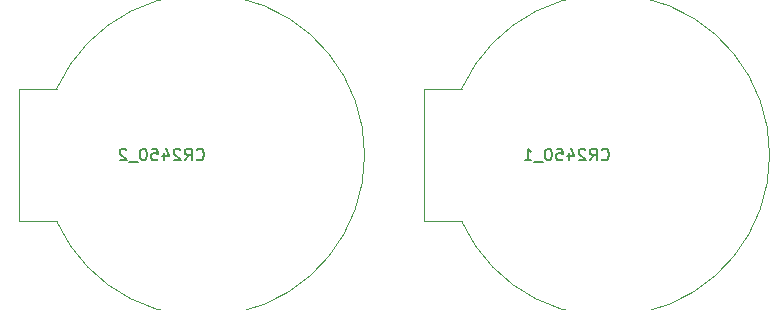
<source format=gbr>
%TF.GenerationSoftware,KiCad,Pcbnew,(6.0.7)*%
%TF.CreationDate,2022-08-10T19:12:11+02:00*%
%TF.ProjectId,MAKE_PCB,4d414b45-5f50-4434-922e-6b696361645f,rev?*%
%TF.SameCoordinates,Original*%
%TF.FileFunction,Legend,Bot*%
%TF.FilePolarity,Positive*%
%FSLAX46Y46*%
G04 Gerber Fmt 4.6, Leading zero omitted, Abs format (unit mm)*
G04 Created by KiCad (PCBNEW (6.0.7)) date 2022-08-10 19:12:11*
%MOMM*%
%LPD*%
G01*
G04 APERTURE LIST*
%ADD10C,0.150000*%
%ADD11C,0.120000*%
G04 APERTURE END LIST*
D10*
%TO.C,CR2450_2*%
X43592380Y-131167142D02*
X43640000Y-131214761D01*
X43782857Y-131262380D01*
X43878095Y-131262380D01*
X44020952Y-131214761D01*
X44116190Y-131119523D01*
X44163809Y-131024285D01*
X44211428Y-130833809D01*
X44211428Y-130690952D01*
X44163809Y-130500476D01*
X44116190Y-130405238D01*
X44020952Y-130310000D01*
X43878095Y-130262380D01*
X43782857Y-130262380D01*
X43640000Y-130310000D01*
X43592380Y-130357619D01*
X42592380Y-131262380D02*
X42925714Y-130786190D01*
X43163809Y-131262380D02*
X43163809Y-130262380D01*
X42782857Y-130262380D01*
X42687619Y-130310000D01*
X42640000Y-130357619D01*
X42592380Y-130452857D01*
X42592380Y-130595714D01*
X42640000Y-130690952D01*
X42687619Y-130738571D01*
X42782857Y-130786190D01*
X43163809Y-130786190D01*
X42211428Y-130357619D02*
X42163809Y-130310000D01*
X42068571Y-130262380D01*
X41830476Y-130262380D01*
X41735238Y-130310000D01*
X41687619Y-130357619D01*
X41640000Y-130452857D01*
X41640000Y-130548095D01*
X41687619Y-130690952D01*
X42259047Y-131262380D01*
X41640000Y-131262380D01*
X40782857Y-130595714D02*
X40782857Y-131262380D01*
X41020952Y-130214761D02*
X41259047Y-130929047D01*
X40640000Y-130929047D01*
X39782857Y-130262380D02*
X40259047Y-130262380D01*
X40306666Y-130738571D01*
X40259047Y-130690952D01*
X40163809Y-130643333D01*
X39925714Y-130643333D01*
X39830476Y-130690952D01*
X39782857Y-130738571D01*
X39735238Y-130833809D01*
X39735238Y-131071904D01*
X39782857Y-131167142D01*
X39830476Y-131214761D01*
X39925714Y-131262380D01*
X40163809Y-131262380D01*
X40259047Y-131214761D01*
X40306666Y-131167142D01*
X39116190Y-130262380D02*
X39020952Y-130262380D01*
X38925714Y-130310000D01*
X38878095Y-130357619D01*
X38830476Y-130452857D01*
X38782857Y-130643333D01*
X38782857Y-130881428D01*
X38830476Y-131071904D01*
X38878095Y-131167142D01*
X38925714Y-131214761D01*
X39020952Y-131262380D01*
X39116190Y-131262380D01*
X39211428Y-131214761D01*
X39259047Y-131167142D01*
X39306666Y-131071904D01*
X39354285Y-130881428D01*
X39354285Y-130643333D01*
X39306666Y-130452857D01*
X39259047Y-130357619D01*
X39211428Y-130310000D01*
X39116190Y-130262380D01*
X38592380Y-131357619D02*
X37830476Y-131357619D01*
X37640000Y-130357619D02*
X37592380Y-130310000D01*
X37497142Y-130262380D01*
X37259047Y-130262380D01*
X37163809Y-130310000D01*
X37116190Y-130357619D01*
X37068571Y-130452857D01*
X37068571Y-130548095D01*
X37116190Y-130690952D01*
X37687619Y-131262380D01*
X37068571Y-131262380D01*
%TO.C,CR2450_1*%
X77882380Y-131167142D02*
X77930000Y-131214761D01*
X78072857Y-131262380D01*
X78168095Y-131262380D01*
X78310952Y-131214761D01*
X78406190Y-131119523D01*
X78453809Y-131024285D01*
X78501428Y-130833809D01*
X78501428Y-130690952D01*
X78453809Y-130500476D01*
X78406190Y-130405238D01*
X78310952Y-130310000D01*
X78168095Y-130262380D01*
X78072857Y-130262380D01*
X77930000Y-130310000D01*
X77882380Y-130357619D01*
X76882380Y-131262380D02*
X77215714Y-130786190D01*
X77453809Y-131262380D02*
X77453809Y-130262380D01*
X77072857Y-130262380D01*
X76977619Y-130310000D01*
X76930000Y-130357619D01*
X76882380Y-130452857D01*
X76882380Y-130595714D01*
X76930000Y-130690952D01*
X76977619Y-130738571D01*
X77072857Y-130786190D01*
X77453809Y-130786190D01*
X76501428Y-130357619D02*
X76453809Y-130310000D01*
X76358571Y-130262380D01*
X76120476Y-130262380D01*
X76025238Y-130310000D01*
X75977619Y-130357619D01*
X75930000Y-130452857D01*
X75930000Y-130548095D01*
X75977619Y-130690952D01*
X76549047Y-131262380D01*
X75930000Y-131262380D01*
X75072857Y-130595714D02*
X75072857Y-131262380D01*
X75310952Y-130214761D02*
X75549047Y-130929047D01*
X74930000Y-130929047D01*
X74072857Y-130262380D02*
X74549047Y-130262380D01*
X74596666Y-130738571D01*
X74549047Y-130690952D01*
X74453809Y-130643333D01*
X74215714Y-130643333D01*
X74120476Y-130690952D01*
X74072857Y-130738571D01*
X74025238Y-130833809D01*
X74025238Y-131071904D01*
X74072857Y-131167142D01*
X74120476Y-131214761D01*
X74215714Y-131262380D01*
X74453809Y-131262380D01*
X74549047Y-131214761D01*
X74596666Y-131167142D01*
X73406190Y-130262380D02*
X73310952Y-130262380D01*
X73215714Y-130310000D01*
X73168095Y-130357619D01*
X73120476Y-130452857D01*
X73072857Y-130643333D01*
X73072857Y-130881428D01*
X73120476Y-131071904D01*
X73168095Y-131167142D01*
X73215714Y-131214761D01*
X73310952Y-131262380D01*
X73406190Y-131262380D01*
X73501428Y-131214761D01*
X73549047Y-131167142D01*
X73596666Y-131071904D01*
X73644285Y-130881428D01*
X73644285Y-130643333D01*
X73596666Y-130452857D01*
X73549047Y-130357619D01*
X73501428Y-130310000D01*
X73406190Y-130262380D01*
X72882380Y-131357619D02*
X72120476Y-131357619D01*
X71358571Y-131262380D02*
X71930000Y-131262380D01*
X71644285Y-131262380D02*
X71644285Y-130262380D01*
X71739523Y-130405238D01*
X71834761Y-130500476D01*
X71930000Y-130548095D01*
D11*
%TO.C,CR2450_2*%
X31735914Y-136420000D02*
G75*
G03*
X31735914Y-125200000I12435000J5610000D01*
G01*
X31735914Y-125200000D02*
X28560914Y-125200000D01*
X28560914Y-136420000D02*
X31735914Y-136420000D01*
X28560914Y-125200000D02*
X28560914Y-136420000D01*
%TO.C,CR2450_1*%
X62850914Y-125200000D02*
X62850914Y-136420000D01*
X66025914Y-125200000D02*
X62850914Y-125200000D01*
X62850914Y-136420000D02*
X66025914Y-136420000D01*
X66025914Y-136420000D02*
G75*
G03*
X66025914Y-125200000I12435000J5610000D01*
G01*
%TD*%
M02*

</source>
